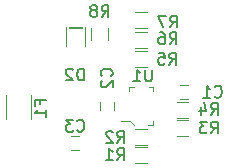
<source format=gbr>
G04 #@! TF.GenerationSoftware,KiCad,Pcbnew,(5.1.9)-1*
G04 #@! TF.CreationDate,2021-01-18T01:03:21-08:00*
G04 #@! TF.ProjectId,AnalogFaderV1,416e616c-6f67-4466-9164-657256312e6b,rev?*
G04 #@! TF.SameCoordinates,Original*
G04 #@! TF.FileFunction,Legend,Bot*
G04 #@! TF.FilePolarity,Positive*
%FSLAX46Y46*%
G04 Gerber Fmt 4.6, Leading zero omitted, Abs format (unit mm)*
G04 Created by KiCad (PCBNEW (5.1.9)-1) date 2021-01-18 01:03:21*
%MOMM*%
%LPD*%
G01*
G04 APERTURE LIST*
%ADD10C,0.120000*%
%ADD11C,0.100000*%
%ADD12C,0.150000*%
G04 APERTURE END LIST*
D10*
X119475800Y-43210800D02*
X119475800Y-42210800D01*
X118115800Y-42210800D02*
X118115800Y-43210800D01*
D11*
X116226500Y-42138700D02*
X117326500Y-42138700D01*
X117326500Y-42138700D02*
X117326500Y-42238700D01*
X117326500Y-42238700D02*
X116226500Y-42238700D01*
X116226500Y-42238700D02*
X116226500Y-42138700D01*
X117576500Y-42138700D02*
X117576500Y-43738700D01*
X115976500Y-42938700D02*
X115976500Y-43738700D01*
X115976500Y-42938700D02*
X115976500Y-42138700D01*
X121751000Y-50431100D02*
X121376000Y-50081100D01*
X121376000Y-50081100D02*
X120651000Y-50081100D01*
X123301000Y-50081100D02*
X123301000Y-50431100D01*
X123301000Y-50431100D02*
X122926000Y-50431100D01*
X121676000Y-47181100D02*
X121301000Y-47181100D01*
X121301000Y-47181100D02*
X121301000Y-47531100D01*
X123301000Y-47531100D02*
X123301000Y-47181100D01*
X123301000Y-47181100D02*
X122951000Y-47181100D01*
D10*
X125622000Y-48263100D02*
X126322000Y-48263100D01*
X126322000Y-47063100D02*
X125622000Y-47063100D01*
X118805400Y-48506200D02*
X118805400Y-49206200D01*
X120005400Y-49206200D02*
X120005400Y-48506200D01*
X116401100Y-52568400D02*
X117101100Y-52568400D01*
X117101100Y-51368400D02*
X116401100Y-51368400D01*
X110893200Y-47902500D02*
X110893200Y-49902500D01*
X113033200Y-49902500D02*
X113033200Y-47902500D01*
X121801000Y-53677100D02*
X122801000Y-53677100D01*
X122801000Y-52317100D02*
X121801000Y-52317100D01*
X122801000Y-50767700D02*
X121801000Y-50767700D01*
X121801000Y-52127700D02*
X122801000Y-52127700D01*
X125319600Y-51403800D02*
X126319600Y-51403800D01*
X126319600Y-50043800D02*
X125319600Y-50043800D01*
X126319600Y-48469000D02*
X125319600Y-48469000D01*
X125319600Y-49829000D02*
X126319600Y-49829000D01*
X122827100Y-44163700D02*
X121827100Y-44163700D01*
X121827100Y-45523700D02*
X122827100Y-45523700D01*
X121838400Y-43885400D02*
X122838400Y-43885400D01*
X122838400Y-42525400D02*
X121838400Y-42525400D01*
X122838400Y-40887100D02*
X121838400Y-40887100D01*
X121838400Y-42247100D02*
X122838400Y-42247100D01*
D12*
X118975166Y-41283580D02*
X119308500Y-40807390D01*
X119546595Y-41283580D02*
X119546595Y-40283580D01*
X119165642Y-40283580D01*
X119070404Y-40331200D01*
X119022785Y-40378819D01*
X118975166Y-40474057D01*
X118975166Y-40616914D01*
X119022785Y-40712152D01*
X119070404Y-40759771D01*
X119165642Y-40807390D01*
X119546595Y-40807390D01*
X118403738Y-40712152D02*
X118498976Y-40664533D01*
X118546595Y-40616914D01*
X118594214Y-40521676D01*
X118594214Y-40474057D01*
X118546595Y-40378819D01*
X118498976Y-40331200D01*
X118403738Y-40283580D01*
X118213261Y-40283580D01*
X118118023Y-40331200D01*
X118070404Y-40378819D01*
X118022785Y-40474057D01*
X118022785Y-40521676D01*
X118070404Y-40616914D01*
X118118023Y-40664533D01*
X118213261Y-40712152D01*
X118403738Y-40712152D01*
X118498976Y-40759771D01*
X118546595Y-40807390D01*
X118594214Y-40902628D01*
X118594214Y-41093104D01*
X118546595Y-41188342D01*
X118498976Y-41235961D01*
X118403738Y-41283580D01*
X118213261Y-41283580D01*
X118118023Y-41235961D01*
X118070404Y-41188342D01*
X118022785Y-41093104D01*
X118022785Y-40902628D01*
X118070404Y-40807390D01*
X118118023Y-40759771D01*
X118213261Y-40712152D01*
X117463795Y-46654980D02*
X117463795Y-45654980D01*
X117225700Y-45654980D01*
X117082842Y-45702600D01*
X116987604Y-45797838D01*
X116939985Y-45893076D01*
X116892366Y-46083552D01*
X116892366Y-46226409D01*
X116939985Y-46416885D01*
X116987604Y-46512123D01*
X117082842Y-46607361D01*
X117225700Y-46654980D01*
X117463795Y-46654980D01*
X116511414Y-45750219D02*
X116463795Y-45702600D01*
X116368557Y-45654980D01*
X116130461Y-45654980D01*
X116035223Y-45702600D01*
X115987604Y-45750219D01*
X115939985Y-45845457D01*
X115939985Y-45940695D01*
X115987604Y-46083552D01*
X116559033Y-46654980D01*
X115939985Y-46654980D01*
X123228004Y-45743880D02*
X123228004Y-46553404D01*
X123180385Y-46648642D01*
X123132766Y-46696261D01*
X123037528Y-46743880D01*
X122847052Y-46743880D01*
X122751814Y-46696261D01*
X122704195Y-46648642D01*
X122656576Y-46553404D01*
X122656576Y-45743880D01*
X121656576Y-46743880D02*
X122228004Y-46743880D01*
X121942290Y-46743880D02*
X121942290Y-45743880D01*
X122037528Y-45886738D01*
X122132766Y-45981976D01*
X122228004Y-46029595D01*
X128538266Y-48020242D02*
X128585885Y-48067861D01*
X128728742Y-48115480D01*
X128823980Y-48115480D01*
X128966838Y-48067861D01*
X129062076Y-47972623D01*
X129109695Y-47877385D01*
X129157314Y-47686909D01*
X129157314Y-47544052D01*
X129109695Y-47353576D01*
X129062076Y-47258338D01*
X128966838Y-47163100D01*
X128823980Y-47115480D01*
X128728742Y-47115480D01*
X128585885Y-47163100D01*
X128538266Y-47210719D01*
X127585885Y-48115480D02*
X128157314Y-48115480D01*
X127871600Y-48115480D02*
X127871600Y-47115480D01*
X127966838Y-47258338D01*
X128062076Y-47353576D01*
X128157314Y-47401195D01*
X119812642Y-46289233D02*
X119860261Y-46241614D01*
X119907880Y-46098757D01*
X119907880Y-46003519D01*
X119860261Y-45860661D01*
X119765023Y-45765423D01*
X119669785Y-45717804D01*
X119479309Y-45670185D01*
X119336452Y-45670185D01*
X119145976Y-45717804D01*
X119050738Y-45765423D01*
X118955500Y-45860661D01*
X118907880Y-46003519D01*
X118907880Y-46098757D01*
X118955500Y-46241614D01*
X119003119Y-46289233D01*
X119003119Y-46670185D02*
X118955500Y-46717804D01*
X118907880Y-46813042D01*
X118907880Y-47051138D01*
X118955500Y-47146376D01*
X119003119Y-47193995D01*
X119098357Y-47241614D01*
X119193595Y-47241614D01*
X119336452Y-47193995D01*
X119907880Y-46622566D01*
X119907880Y-47241614D01*
X116905066Y-50890442D02*
X116952685Y-50938061D01*
X117095542Y-50985680D01*
X117190780Y-50985680D01*
X117333638Y-50938061D01*
X117428876Y-50842823D01*
X117476495Y-50747585D01*
X117524114Y-50557109D01*
X117524114Y-50414252D01*
X117476495Y-50223776D01*
X117428876Y-50128538D01*
X117333638Y-50033300D01*
X117190780Y-49985680D01*
X117095542Y-49985680D01*
X116952685Y-50033300D01*
X116905066Y-50080919D01*
X116571733Y-49985680D02*
X115952685Y-49985680D01*
X116286019Y-50366633D01*
X116143161Y-50366633D01*
X116047923Y-50414252D01*
X116000304Y-50461871D01*
X115952685Y-50557109D01*
X115952685Y-50795204D01*
X116000304Y-50890442D01*
X116047923Y-50938061D01*
X116143161Y-50985680D01*
X116428876Y-50985680D01*
X116524114Y-50938061D01*
X116571733Y-50890442D01*
X113784071Y-48688666D02*
X113784071Y-48355333D01*
X114307880Y-48355333D02*
X113307880Y-48355333D01*
X113307880Y-48831523D01*
X114307880Y-49736285D02*
X114307880Y-49164857D01*
X114307880Y-49450571D02*
X113307880Y-49450571D01*
X113450738Y-49355333D01*
X113545976Y-49260095D01*
X113593595Y-49164857D01*
X120295966Y-53424080D02*
X120629300Y-52947890D01*
X120867395Y-53424080D02*
X120867395Y-52424080D01*
X120486442Y-52424080D01*
X120391204Y-52471700D01*
X120343585Y-52519319D01*
X120295966Y-52614557D01*
X120295966Y-52757414D01*
X120343585Y-52852652D01*
X120391204Y-52900271D01*
X120486442Y-52947890D01*
X120867395Y-52947890D01*
X119343585Y-53424080D02*
X119915014Y-53424080D01*
X119629300Y-53424080D02*
X119629300Y-52424080D01*
X119724538Y-52566938D01*
X119819776Y-52662176D01*
X119915014Y-52709795D01*
X120295966Y-51938180D02*
X120629300Y-51461990D01*
X120867395Y-51938180D02*
X120867395Y-50938180D01*
X120486442Y-50938180D01*
X120391204Y-50985800D01*
X120343585Y-51033419D01*
X120295966Y-51128657D01*
X120295966Y-51271514D01*
X120343585Y-51366752D01*
X120391204Y-51414371D01*
X120486442Y-51461990D01*
X120867395Y-51461990D01*
X119915014Y-51033419D02*
X119867395Y-50985800D01*
X119772157Y-50938180D01*
X119534061Y-50938180D01*
X119438823Y-50985800D01*
X119391204Y-51033419D01*
X119343585Y-51128657D01*
X119343585Y-51223895D01*
X119391204Y-51366752D01*
X119962633Y-51938180D01*
X119343585Y-51938180D01*
X128220766Y-51150780D02*
X128554100Y-50674590D01*
X128792195Y-51150780D02*
X128792195Y-50150780D01*
X128411242Y-50150780D01*
X128316004Y-50198400D01*
X128268385Y-50246019D01*
X128220766Y-50341257D01*
X128220766Y-50484114D01*
X128268385Y-50579352D01*
X128316004Y-50626971D01*
X128411242Y-50674590D01*
X128792195Y-50674590D01*
X127887433Y-50150780D02*
X127268385Y-50150780D01*
X127601719Y-50531733D01*
X127458861Y-50531733D01*
X127363623Y-50579352D01*
X127316004Y-50626971D01*
X127268385Y-50722209D01*
X127268385Y-50960304D01*
X127316004Y-51055542D01*
X127363623Y-51103161D01*
X127458861Y-51150780D01*
X127744576Y-51150780D01*
X127839814Y-51103161D01*
X127887433Y-51055542D01*
X128234866Y-49563280D02*
X128568200Y-49087090D01*
X128806295Y-49563280D02*
X128806295Y-48563280D01*
X128425342Y-48563280D01*
X128330104Y-48610900D01*
X128282485Y-48658519D01*
X128234866Y-48753757D01*
X128234866Y-48896614D01*
X128282485Y-48991852D01*
X128330104Y-49039471D01*
X128425342Y-49087090D01*
X128806295Y-49087090D01*
X127377723Y-48896614D02*
X127377723Y-49563280D01*
X127615819Y-48515661D02*
X127853914Y-49229947D01*
X127234866Y-49229947D01*
X124715566Y-45321480D02*
X125048900Y-44845290D01*
X125286995Y-45321480D02*
X125286995Y-44321480D01*
X124906042Y-44321480D01*
X124810804Y-44369100D01*
X124763185Y-44416719D01*
X124715566Y-44511957D01*
X124715566Y-44654814D01*
X124763185Y-44750052D01*
X124810804Y-44797671D01*
X124906042Y-44845290D01*
X125286995Y-44845290D01*
X123810804Y-44321480D02*
X124286995Y-44321480D01*
X124334614Y-44797671D01*
X124286995Y-44750052D01*
X124191757Y-44702433D01*
X123953661Y-44702433D01*
X123858423Y-44750052D01*
X123810804Y-44797671D01*
X123763185Y-44892909D01*
X123763185Y-45131004D01*
X123810804Y-45226242D01*
X123858423Y-45273861D01*
X123953661Y-45321480D01*
X124191757Y-45321480D01*
X124286995Y-45273861D01*
X124334614Y-45226242D01*
X124740966Y-43594280D02*
X125074300Y-43118090D01*
X125312395Y-43594280D02*
X125312395Y-42594280D01*
X124931442Y-42594280D01*
X124836204Y-42641900D01*
X124788585Y-42689519D01*
X124740966Y-42784757D01*
X124740966Y-42927614D01*
X124788585Y-43022852D01*
X124836204Y-43070471D01*
X124931442Y-43118090D01*
X125312395Y-43118090D01*
X123883823Y-42594280D02*
X124074300Y-42594280D01*
X124169538Y-42641900D01*
X124217157Y-42689519D01*
X124312395Y-42832376D01*
X124360014Y-43022852D01*
X124360014Y-43403804D01*
X124312395Y-43499042D01*
X124264776Y-43546661D01*
X124169538Y-43594280D01*
X123979061Y-43594280D01*
X123883823Y-43546661D01*
X123836204Y-43499042D01*
X123788585Y-43403804D01*
X123788585Y-43165709D01*
X123836204Y-43070471D01*
X123883823Y-43022852D01*
X123979061Y-42975233D01*
X124169538Y-42975233D01*
X124264776Y-43022852D01*
X124312395Y-43070471D01*
X124360014Y-43165709D01*
X124779066Y-42171880D02*
X125112400Y-41695690D01*
X125350495Y-42171880D02*
X125350495Y-41171880D01*
X124969542Y-41171880D01*
X124874304Y-41219500D01*
X124826685Y-41267119D01*
X124779066Y-41362357D01*
X124779066Y-41505214D01*
X124826685Y-41600452D01*
X124874304Y-41648071D01*
X124969542Y-41695690D01*
X125350495Y-41695690D01*
X124445733Y-41171880D02*
X123779066Y-41171880D01*
X124207638Y-42171880D01*
M02*

</source>
